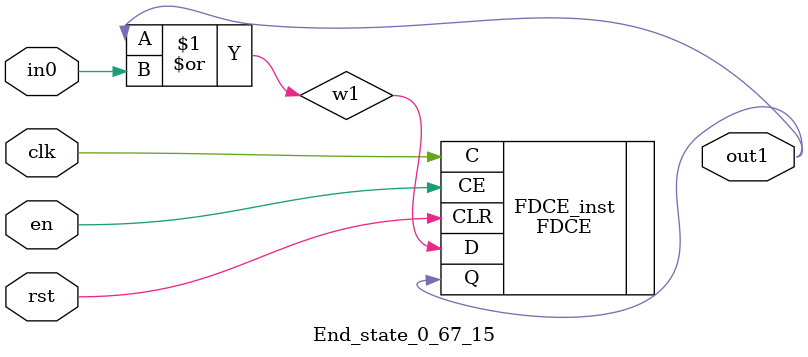
<source format=v>
module engine_0_67(out,clk,sod,en, in_9, in_15, in_18, in_25, in_30, in_37, in_100, in_101);
//pcre: /\x3Cchat\x3E[^\r\n]*\x3C\x2Fchat\x3E/smi
//block char: H[0], a[0], c[0], \x2F[8], t[0], [^\r\n][2], \x3E[8], \x3C[8], 

	input clk,sod,en;

	input in_9, in_15, in_18, in_25, in_30, in_37, in_100, in_101;
	output out;

	assign w0 = 1'b1;
	state_0_67_1 BlockState_0_67_1 (w1,in_101,clk,en,sod,w0);
	state_0_67_2 BlockState_0_67_2 (w2,in_18,clk,en,sod,w1);
	state_0_67_3 BlockState_0_67_3 (w3,in_9,clk,en,sod,w2);
	state_0_67_4 BlockState_0_67_4 (w4,in_15,clk,en,sod,w3);
	state_0_67_5 BlockState_0_67_5 (w5,in_30,clk,en,sod,w4);
	state_0_67_6 BlockState_0_67_6 (w6,in_100,clk,en,sod,w5);
	state_0_67_7 BlockState_0_67_7 (w7,in_37,clk,en,sod,w7,w6);
	state_0_67_8 BlockState_0_67_8 (w8,in_101,clk,en,sod,w6,w7);
	state_0_67_9 BlockState_0_67_9 (w9,in_25,clk,en,sod,w8);
	state_0_67_10 BlockState_0_67_10 (w10,in_18,clk,en,sod,w9);
	state_0_67_11 BlockState_0_67_11 (w11,in_9,clk,en,sod,w10);
	state_0_67_12 BlockState_0_67_12 (w12,in_15,clk,en,sod,w11);
	state_0_67_13 BlockState_0_67_13 (w13,in_30,clk,en,sod,w12);
	state_0_67_14 BlockState_0_67_14 (w14,in_100,clk,en,sod,w13);
	End_state_0_67_15 BlockState_0_67_15 (out,clk,en,sod,w14);
endmodule

module state_0_67_1(out1,in_char,clk,en,rst,in0);
	input in_char,clk,en,rst,in0;
	output out1;
	wire w1,w2;
	assign w1 = in0; 
	and(w2,in_char,w1);
	FDCE #(.INIT(1'b0)) FDCE_inst (
		.Q(out1),
		.C(clk),
		.CE(en),
		.CLR(rst),
		.D(w2)
);
endmodule

module state_0_67_2(out1,in_char,clk,en,rst,in0);
	input in_char,clk,en,rst,in0;
	output out1;
	wire w1,w2;
	assign w1 = in0; 
	and(w2,in_char,w1);
	FDCE #(.INIT(1'b0)) FDCE_inst (
		.Q(out1),
		.C(clk),
		.CE(en),
		.CLR(rst),
		.D(w2)
);
endmodule

module state_0_67_3(out1,in_char,clk,en,rst,in0);
	input in_char,clk,en,rst,in0;
	output out1;
	wire w1,w2;
	assign w1 = in0; 
	and(w2,in_char,w1);
	FDCE #(.INIT(1'b0)) FDCE_inst (
		.Q(out1),
		.C(clk),
		.CE(en),
		.CLR(rst),
		.D(w2)
);
endmodule

module state_0_67_4(out1,in_char,clk,en,rst,in0);
	input in_char,clk,en,rst,in0;
	output out1;
	wire w1,w2;
	assign w1 = in0; 
	and(w2,in_char,w1);
	FDCE #(.INIT(1'b0)) FDCE_inst (
		.Q(out1),
		.C(clk),
		.CE(en),
		.CLR(rst),
		.D(w2)
);
endmodule

module state_0_67_5(out1,in_char,clk,en,rst,in0);
	input in_char,clk,en,rst,in0;
	output out1;
	wire w1,w2;
	assign w1 = in0; 
	and(w2,in_char,w1);
	FDCE #(.INIT(1'b0)) FDCE_inst (
		.Q(out1),
		.C(clk),
		.CE(en),
		.CLR(rst),
		.D(w2)
);
endmodule

module state_0_67_6(out1,in_char,clk,en,rst,in0);
	input in_char,clk,en,rst,in0;
	output out1;
	wire w1,w2;
	assign w1 = in0; 
	and(w2,in_char,w1);
	FDCE #(.INIT(1'b0)) FDCE_inst (
		.Q(out1),
		.C(clk),
		.CE(en),
		.CLR(rst),
		.D(w2)
);
endmodule

module state_0_67_7(out1,in_char,clk,en,rst,in0,in1);
	input in_char,clk,en,rst,in0,in1;
	output out1;
	wire w1,w2;
	or(w1,in0,in1);
	and(w2,in_char,w1);
	FDCE #(.INIT(1'b0)) FDCE_inst (
		.Q(out1),
		.C(clk),
		.CE(en),
		.CLR(rst),
		.D(w2)
);
endmodule

module state_0_67_8(out1,in_char,clk,en,rst,in0,in1);
	input in_char,clk,en,rst,in0,in1;
	output out1;
	wire w1,w2;
	or(w1,in0,in1);
	and(w2,in_char,w1);
	FDCE #(.INIT(1'b0)) FDCE_inst (
		.Q(out1),
		.C(clk),
		.CE(en),
		.CLR(rst),
		.D(w2)
);
endmodule

module state_0_67_9(out1,in_char,clk,en,rst,in0);
	input in_char,clk,en,rst,in0;
	output out1;
	wire w1,w2;
	assign w1 = in0; 
	and(w2,in_char,w1);
	FDCE #(.INIT(1'b0)) FDCE_inst (
		.Q(out1),
		.C(clk),
		.CE(en),
		.CLR(rst),
		.D(w2)
);
endmodule

module state_0_67_10(out1,in_char,clk,en,rst,in0);
	input in_char,clk,en,rst,in0;
	output out1;
	wire w1,w2;
	assign w1 = in0; 
	and(w2,in_char,w1);
	FDCE #(.INIT(1'b0)) FDCE_inst (
		.Q(out1),
		.C(clk),
		.CE(en),
		.CLR(rst),
		.D(w2)
);
endmodule

module state_0_67_11(out1,in_char,clk,en,rst,in0);
	input in_char,clk,en,rst,in0;
	output out1;
	wire w1,w2;
	assign w1 = in0; 
	and(w2,in_char,w1);
	FDCE #(.INIT(1'b0)) FDCE_inst (
		.Q(out1),
		.C(clk),
		.CE(en),
		.CLR(rst),
		.D(w2)
);
endmodule

module state_0_67_12(out1,in_char,clk,en,rst,in0);
	input in_char,clk,en,rst,in0;
	output out1;
	wire w1,w2;
	assign w1 = in0; 
	and(w2,in_char,w1);
	FDCE #(.INIT(1'b0)) FDCE_inst (
		.Q(out1),
		.C(clk),
		.CE(en),
		.CLR(rst),
		.D(w2)
);
endmodule

module state_0_67_13(out1,in_char,clk,en,rst,in0);
	input in_char,clk,en,rst,in0;
	output out1;
	wire w1,w2;
	assign w1 = in0; 
	and(w2,in_char,w1);
	FDCE #(.INIT(1'b0)) FDCE_inst (
		.Q(out1),
		.C(clk),
		.CE(en),
		.CLR(rst),
		.D(w2)
);
endmodule

module state_0_67_14(out1,in_char,clk,en,rst,in0);
	input in_char,clk,en,rst,in0;
	output out1;
	wire w1,w2;
	assign w1 = in0; 
	and(w2,in_char,w1);
	FDCE #(.INIT(1'b0)) FDCE_inst (
		.Q(out1),
		.C(clk),
		.CE(en),
		.CLR(rst),
		.D(w2)
);
endmodule

module End_state_0_67_15(out1,clk,en,rst,in0);
	input clk,rst,en,in0;
	output out1;
	wire w1;
	or(w1,out1,in0);
	FDCE #(.INIT(1'b0)) FDCE_inst (
		.Q(out1),
		.C(clk),
		.CE(en),
		.CLR(rst),
		.D(w1)
);
endmodule


</source>
